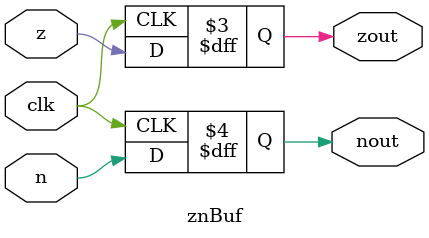
<source format=v>
`timescale 1ns / 1ps


module znBuf(z,n,clk,zout,nout);
input z;
input n;
input clk;
output reg zout;
output reg nout;

initial
begin
    zout=0;
    nout=0;
end

always@(posedge clk)
begin
    zout=z;
    nout=n;
end
endmodule

</source>
